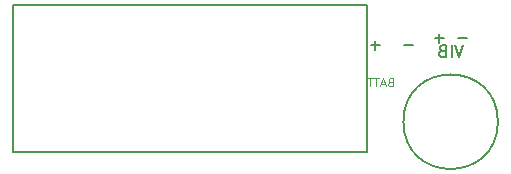
<source format=gbo>
G04 #@! TF.GenerationSoftware,KiCad,Pcbnew,(5.1.9-0-10_14)*
G04 #@! TF.CreationDate,2025-05-13T11:21:21-05:00*
G04 #@! TF.ProjectId,DTYF Beta,44545946-2042-4657-9461-2e6b69636164,rev?*
G04 #@! TF.SameCoordinates,Original*
G04 #@! TF.FileFunction,Legend,Bot*
G04 #@! TF.FilePolarity,Positive*
%FSLAX46Y46*%
G04 Gerber Fmt 4.6, Leading zero omitted, Abs format (unit mm)*
G04 Created by KiCad (PCBNEW (5.1.9-0-10_14)) date 2025-05-13 11:21:21*
%MOMM*%
%LPD*%
G01*
G04 APERTURE LIST*
%ADD10C,0.150000*%
%ADD11C,0.100000*%
G04 APERTURE END LIST*
D10*
X161200000Y-100900000D02*
G75*
G03*
X161200000Y-100900000I-4000000J0D01*
G01*
X120150000Y-103500000D02*
X150150000Y-103500000D01*
X150150000Y-91000000D02*
X150150000Y-103500000D01*
X120150000Y-91000000D02*
X120150000Y-103500000D01*
X120150000Y-91000000D02*
X150150000Y-91000000D01*
X151180952Y-94421428D02*
X150419047Y-94421428D01*
X150800000Y-94802380D02*
X150800000Y-94040476D01*
X153980952Y-94371428D02*
X153219047Y-94371428D01*
D11*
X152083333Y-97550000D02*
X151983333Y-97583333D01*
X151950000Y-97616666D01*
X151916666Y-97683333D01*
X151916666Y-97783333D01*
X151950000Y-97850000D01*
X151983333Y-97883333D01*
X152050000Y-97916666D01*
X152316666Y-97916666D01*
X152316666Y-97216666D01*
X152083333Y-97216666D01*
X152016666Y-97250000D01*
X151983333Y-97283333D01*
X151950000Y-97350000D01*
X151950000Y-97416666D01*
X151983333Y-97483333D01*
X152016666Y-97516666D01*
X152083333Y-97550000D01*
X152316666Y-97550000D01*
X151650000Y-97716666D02*
X151316666Y-97716666D01*
X151716666Y-97916666D02*
X151483333Y-97216666D01*
X151250000Y-97916666D01*
X151116666Y-97216666D02*
X150716666Y-97216666D01*
X150916666Y-97916666D02*
X150916666Y-97216666D01*
X150583333Y-97216666D02*
X150183333Y-97216666D01*
X150383333Y-97916666D02*
X150383333Y-97216666D01*
D10*
X156630952Y-93821428D02*
X155869047Y-93821428D01*
X156250000Y-94202380D02*
X156250000Y-93440476D01*
X158580952Y-93821428D02*
X157819047Y-93821428D01*
X158271428Y-94402380D02*
X157938095Y-95402380D01*
X157604761Y-94402380D01*
X157271428Y-95402380D02*
X157271428Y-94402380D01*
X156461904Y-94878571D02*
X156319047Y-94926190D01*
X156271428Y-94973809D01*
X156223809Y-95069047D01*
X156223809Y-95211904D01*
X156271428Y-95307142D01*
X156319047Y-95354761D01*
X156414285Y-95402380D01*
X156795238Y-95402380D01*
X156795238Y-94402380D01*
X156461904Y-94402380D01*
X156366666Y-94450000D01*
X156319047Y-94497619D01*
X156271428Y-94592857D01*
X156271428Y-94688095D01*
X156319047Y-94783333D01*
X156366666Y-94830952D01*
X156461904Y-94878571D01*
X156795238Y-94878571D01*
M02*

</source>
